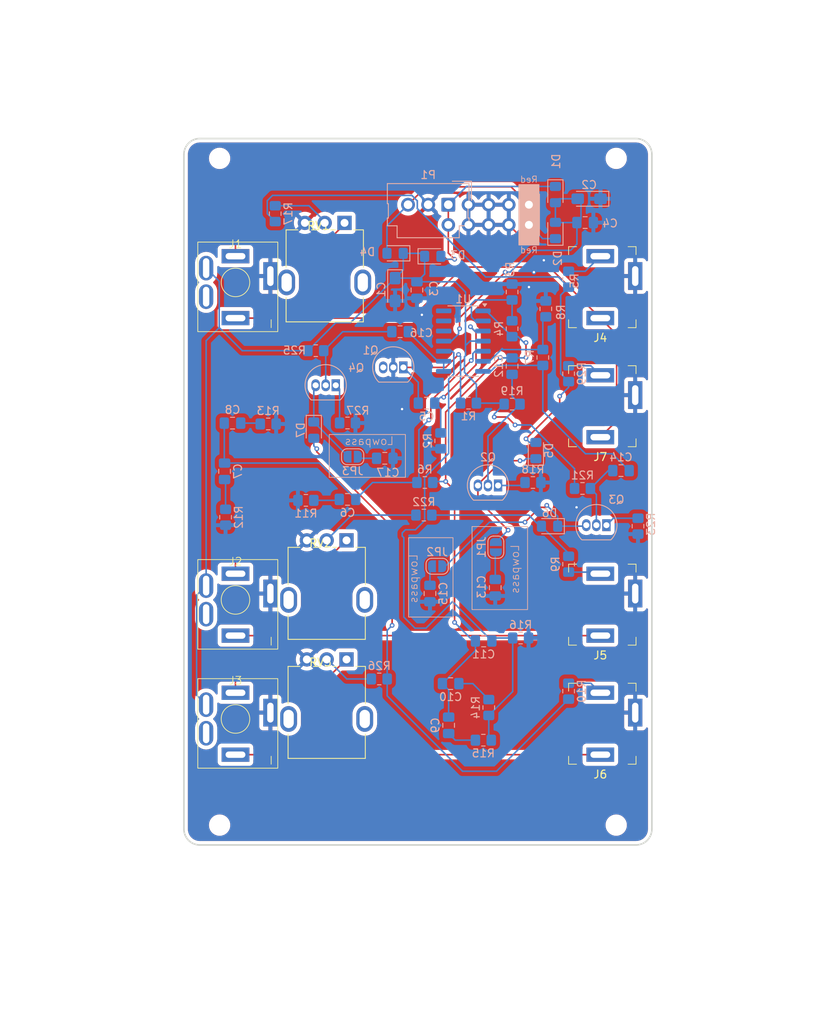
<source format=kicad_pcb>
(kicad_pcb (version 20240108) (generator "pcbnew") (generator_version "8.0")
  (layers (0 "F.Cu" signal) (31 "B.Cu" signal) (34 "B.Paste" user) (35 "F.Paste" user) (36 "B.SilkS" user "B.Silkscreen") (37 "F.SilkS" user "F.Silkscreen") (38 "B.Mask" user) (39 "F.Mask" user) (44 "Edge.Cuts" user))
  (net 0 "")
  (net 1 "+12v")
  (net 2 "Gnd")
  (net 3 "-12v")
  (net 4 "Net-(Q1-E)")
  (net 5 "Net-(U1A-+)")
  (net 6 "Net-(U1B-+)")
  (net 7 "Net-(C6-Pad1)")
  (net 8 "Net-(C7-Pad1)")
  (net 9 "Net-(C8-Pad1)")
  (net 10 "Net-(C10-Pad1)")
  (net 11 "Net-(C9-Pad2)")
  (net 12 "Net-(C10-Pad2)")
  (net 13 "Net-(U1C-+)")
  (net 14 "Net-(Q2-B)")
  (net 15 "Net-(JP1-B)")
  (net 16 "Net-(C14-Pad1)")
  (net 17 "Net-(Q3-B)")
  (net 18 "Net-(JP2-B)")
  (net 19 "Net-(U1C--)")
  (net 20 "Net-(Q4-B)")
  (net 21 "Net-(JP3-B)")
  (net 22 "Net-(D1-K)")
  (net 23 "Net-(D2-K)")
  (net 24 "Net-(D5-A)")
  (net 25 "Net-(D5-K)")
  (net 26 "Net-(D6-K)")
  (net 27 "Net-(D6-A)")
  (net 28 "Net-(D7-K)")
  (net 29 "Net-(D7-A)")
  (net 30 "Net-(J1-PadR)")
  (net 31 "Net-(J1-PadT)")
  (net 33 "Net-(J2-PadR)")
  (net 35 "Net-(J2-PadT)")
  (net 37 "Net-(J3-PadT)")
  (net 38 "Net-(J3-PadR)")
  (net 39 "Net-(J4-PadR)")
  (net 40 "Net-(J5-PadR)")
  (net 41 "Net-(J6-PadR)")
  (net 43 "Net-(Q2-E)")
  (net 44 "Net-(Q3-E)")
  (net 45 "Net-(Q4-E)")
  (net 46 "Net-(U1A--)")
  (net 47 "Net-(U1B--)")
  (net 48 "Net-(R17-Pad2)")
  (net 49 "Net-(R22-Pad2)")
  (net 50 "Net-(R26-Pad2)")
  (net 54 "Net-(J7-PadR)")
  (footprint "PersonalFootprints:Potentiometer_Vertical_Slimmer" (layer "F.Cu") (at 205.625 61.039215)
    (property "Reference" "RV1")
    (property "Value" "??? ohm")
  )
  (footprint "0_Favorites:Jack_3.5mm_QingPu_WQP-PJ301CM" (layer "F.Cu") (at 240.375 61.039215)
    (property "Reference" "J4")
    (property "Value" "Audio out" (hide yes))
  )
  (footprint "MountingHole:MountingHole_2.2mm_M2" (layer "F.Cu") (at 242.375 129.414215)
    (property "Reference" "H4")
    (property "Value" "MountingHole")
  )
  (footprint "MountingHole:MountingHole_2.2mm_M2" (layer "F.Cu") (at 192.375 129.414215)
    (property "Reference" "H3")
    (property "Value" "MountingHole")
  )
  (footprint "0_Favorites:Jack_3.5mm_QingPu_WQP-PJ301CM" (layer "F.Cu") (at 240.375 101.039215)
    (property "Reference" "J5")
    (property "Value" "Audio out")
  )
  (footprint "0_Favorites:Jack_3.5mm_QingPu_WQP-PJ301CM" (layer "F.Cu") (at 240.375 76.039215)
    (property "Reference" "J7")
    (property "Value" "Audio out" (hide yes))
  )
  (footprint "MountingHole:MountingHole_2.2mm_M2" (layer "F.Cu") (at 242.375 45.414215)
    (property "Reference" "H2")
    (property "Value" "MountingHole")
  )
  (footprint "PersonalFootprints:Potentiometer_Vertical_Slimmer" (layer "F.Cu") (at 205.875 101.039215)
    (property "Reference" "RV2")
    (property "Value" "??? ohm")
  )
  (footprint "0_Favorites:Jack_3.5mm_QingPu_WQP-PJ358" (layer "F.Cu") (at 194.375 116.039215)
    (property "Reference" "J3")
    (property "Value" "Envelope In")
  )
  (footprint "PersonalFootprints:Potentiometer_Vertical_Slimmer" (layer "F.Cu") (at 205.875 116.039215)
    (property "Reference" "RV3")
    (property "Value" "??? ohm")
  )
  (footprint "MountingHole:MountingHole_2.2mm_M2" (layer "F.Cu") (at 192.375 45.414215)
    (property "Reference" "H1")
    (property "Value" "MountingHole")
  )
  (footprint "0_Favorites:Jack_3.5mm_QingPu_WQP-PJ358" (layer "F.Cu") (at 194.375 61.039215)
    (property "Reference" "J1")
    (property "Value" "Envelope In")
  )
  (footprint "0_Favorites:Jack_3.5mm_QingPu_WQP-PJ358" (layer "F.Cu") (at 194.375 101.039215)
    (property "Reference" "J2")
    (property "Value" "Envelope In")
  )
  (footprint "0_Favorites:Jack_3.5mm_QingPu_WQP-PJ301CM" (layer "F.Cu") (at 240.375 116.039215)
    (property "Reference" "J6")
    (property "Value" "Audio out")
  )
  (footprint "Resistor_SMD:R_0805_2012Metric_Pad1.20x1.40mm_HandSolder" (layer "B.Cu") (at 236.375 112.539215 90)
    (property "Reference" "R10")
    (property "Value" "1k")
  )
  (footprint "Capacitor_SMD:C_0805_2012Metric_Pad1.18x1.45mm_HandSolder" (layer "B.Cu") (at 221.5 111.5875)
    (property "Reference" "C10")
    (property "Value" "1n")
  )
  (footprint "Capacitor_SMD:C_0805_2012Metric_Pad1.18x1.45mm_HandSolder" (layer "B.Cu") (at 238.46 53.5 180)
    (property "Reference" "C4")
    (property "Value" "100n")
  )
  (footprint "Resistor_SMD:R_0805_2012Metric_Pad1.20x1.40mm_HandSolder" (layer "B.Cu") (at 245.125 91.75 90)
    (property "Reference" "R23")
    (property "Value" "100")
  )
  (footprint "Capacitor_SMD:C_0805_2012Metric_Pad1.18x1.45mm_HandSolder" (layer "B.Cu") (at 215.125 67.25 180)
    (property "Reference" "C16")
    (property "Value" "1uF")
  )
  (footprint "Package_SO:SOIC-14_3.9x8.7mm_P1.27mm" (layer "B.Cu") (at 223.1 68.435 180)
    (property "Reference" "U1")
    (property "Value" "Opamp_Quad")
  )
  (footprint "Package_TO_SOT_THT:TO-92_Inline" (layer "B.Cu") (at 227.48 86.625 180)
    (property "Reference" "Q2")
    (property "Value" "PN2222A")
  )
  (footprint "Capacitor_SMD:C_0805_2012Metric_Pad1.18x1.45mm_HandSolder" (layer "B.Cu") (at 227.125 99.5 90)
    (property "Reference" "C13")
    (property "Value" "3.3n")
  )
  (footprint "Capacitor_SMD:C_0805_2012Metric_Pad1.18x1.45mm_HandSolder" (layer "B.Cu") (at 225.6625 106.2125)
    (property "Reference" "C11")
    (property "Value" "1n")
  )
  (footprint "Resistor_SMD:R_0805_2012Metric_Pad1.20x1.40mm_HandSolder" (layer "B.Cu") (at 236.375 60.639215 90)
    (property "Reference" "R5")
    (property "Value" "1k")
  )
  (footprint "Capacitor_SMD:C_0805_2012Metric_Pad1.18x1.45mm_HandSolder" (layer "B.Cu") (at 217.25 62 -90)
    (property "Reference" "C3")
    (property "Value" "100n")
  )
  (footprint "Capacitor_SMD:C_0805_2012Metric_Pad1.18x1.45mm_HandSolder" (layer "B.Cu") (at 194 78.77 180)
    (property "Reference" "C8")
    (property "Value" "33n")
  )
  (footprint "Resistor_SMD:R_0805_2012Metric_Pad1.20x1.40mm_HandSolder" (layer "B.Cu") (at 199.383527 52.378609 90)
    (property "Reference" "R17")
    (property "Value" "33k")
  )
  (footprint "Resistor_SMD:R_0805_2012Metric_Pad1.20x1.40mm_HandSolder" (layer "B.Cu") (at 208.5 78.75 180)
    (property "Reference" "R27")
    (property "Value" "100")
  )
  (footprint "Capacitor_SMD:C_0805_2012Metric_Pad1.18x1.45mm_HandSolder" (layer "B.Cu") (at 213.2 83.2 180)
    (property "Reference" "C17")
    (property "Value" "3.3n")
  )
  (footprint "Capacitor_SMD:C_0805_2012Metric_Pad1.18x1.45mm_HandSolder" (layer "B.Cu") (at 221.25 116.8375 -90)
    (property "Reference" "C9")
    (property "Value" "1n")
  )
  (footprint "Resistor_SMD:R_0805_2012Metric_Pad1.20x1.40mm_HandSolder" (layer "B.Cu") (at 203.25 88.5)
    (property "Reference" "R11")
    (property "Value" "2k")
  )
  (footprint "Diode_SMD:D_0805_2012Metric_Pad1.15x1.40mm_HandSolder" (layer "B.Cu") (at 233.975 91.75 180)
    (property "Reference" "D6")
    (property "Value" "D")
  )
  (footprint "Resistor_SMD:R_0805_2012Metric_Pad1.20x1.40mm_HandSolder" (layer "B.Cu") (at 212.5 111 180)
    (property "Reference" "R26")
    (property "Value" "33k")
  )
  (footprint "Resistor_SMD:R_0805_2012Metric_Pad1.20x1.40mm_HandSolder" (layer "B.Cu") (at 204.5 69.64 180)
    (property "Reference" "R25")
    (property "Value" "1m")
  )
  (footprint "Resistor_SMD:R_0805_2012Metric_Pad1.20x1.40mm_HandSolder" (layer "B.Cu") (at 226.31 114.5975 -90)
    (property "Reference" "R14")
    (property "Value" "100k")
  )
  (footprint "Capacitor_SMD:C_0805_2012Metric_Pad1.18x1.45mm_HandSolder" (layer "B.Cu") (at 218.895 100.235 90)
    (property "Reference" "C15")
    (property "Value" "3.3n")
  )
  (footprint "Resistor_SMD:R_0805_2012Metric_Pad1.20x1.40mm_HandSolder" (layer "B.Cu") (at 193.125 90.625 90)
    (property "Reference" "R12")
    (property "Value" "10k")
  )
  (footprint "Package_TO_SOT_THT:TO-92_Inline" (layer "B.Cu") (at 215.54 71.75 180)
    (property "Reference" "Q1")
    (property "Value" "PN2222A")
  )
  (footprint "Resistor_SMD:R_0805_2012Metric_Pad1.20x1.40mm_HandSolder" (layer "B.Cu") (at 230.325 105.8375 180)
    (property "Reference" "R16")
    (property "Value" "10k")
  )
  (footprint "Resistor_SMD:R_0805_2012Metric_Pad1.20x1.40mm_HandSolder" (layer "B.Cu") (at 236.375 72.539215 90)
    (property "Reference" "R29")
    (property "Value" "1k")
  )
  (footprint "Capacitor_Tantalum_SMD:CP_EIA-3216-10_Kemet-I_Pad1.58x1.35mm_HandSolder" (layer "B.Cu") (at 238.96 50.5 180)
    (property "Reference" "C2")
    (property "Value" "1u")
  )
  (footprint "Resistor_SMD:R_0805_2012Metric_Pad1.20x1.40mm_HandSolder" (layer "B.Cu") (at 231.875 86.25 180)
    (property "Reference" "R18")
    (property "Value" "100")
  )
  (footprint "Resistor_SMD:R_0805_2012Metric_Pad1.20x1.40mm_HandSolder" (layer "B.Cu") (at 218.25 86.25 180)
    (property "Reference" "R6")
    (property "Value" "100k")
  )
  (footprint "Diode_SMD:D_0805_2012Metric_Pad1.15x1.40mm_HandSolder" (layer "B.Cu") (at 232.25 82.225 90)
    (property "Reference" "D5")
    (property "Value" "D")
  )
  (footprint "Resistor_SMD:R_0805_2012Metric_Pad1.20x1.40mm_HandSolder" (layer "B.Cu") (at 198.5 78.875 180)
    (property "Reference" "R13")
    (property "Value" "51k")
  )
  (footprint "Resistor_SMD:R_0805_2012Metric_Pad1.20x1.40mm_HandSolder" (layer "B.Cu") (at 238.125 87 180)
    (property "Reference" "R21")
    (property "Value" "1m")
  )
  (footprint "Diode_SMD:D_0805_2012Metric_Pad1.15x1.40mm_HandSolder" (layer "B.Cu") (at 219.25 57.75)
    (property "Reference" "D3")
    (property "Value" "D")
  )
  (footprint "Connector_Molex:Molex_SL_171971-0003_1x03_P2.54mm_Vertical" (layer "B.Cu") (at 221.21 51.25 180)
    (property "Reference" "P1")
    (property "Value" "Pocket Rack Power")
  )
  (footprint "Resistor_SMD:R_0805_2012Metric_Pad1.20x1.40mm_HandSolder" (layer "B.Cu") (at 233.5 64.375 -90)
    (property "Reference" "R8")
    (property "Value" "22k")
  )
  (footprint "Jumper:SolderJumper-2_P1.3mm_Open_RoundedPad1.0x1.5mm" (layer "B.Cu") (at 219.8 96.8 180)
    (property "Reference" "JP2")
    (property "Value" "SolderJumper_2_Open")
  )
  (footprint "Capacitor_SMD:C_0805_2012Metric_Pad1.18x1.45mm_HandSolder" (layer "B.Cu") (at 208.5 88.375)
    (property "Reference" "C6")
    (property "Value" "330p")
  )
  (footprint "Resistor_SMD:R_0805_2012Metric_Pad1.20x1.40mm_HandSolder" (layer "B.Cu") (at 220.25 81 -90)
    (property "Reference" "R2")
    (property "Value" "100k")
  )
  (footprint "Resistor_SMD:R_0805_2012Metric_Pad1.20x1.40mm_HandSolder" (layer "B.Cu") (at 225.625 118.7125)
    (property "Reference" "R15")
    (property "Value" "100k")
  )
  (footprint "Capacitor_SMD:C_0805_2012Metric_Pad1.18x1.45mm_HandSolder" (layer "B.Cu") (at 242.98 84.75 180)
    (property "Reference" "C14")
    (property "Value" "1uF")
  )
  (footprint "Capacitor_Tantalum_SMD:CP_EIA-3216-10_Kemet-I_Pad1.58x1.35mm_HandSolder" (layer "B.Cu") (at 214.5 61.9375 -90)
    (property "Reference" "C1")
    (property "Value" "1u")
  )
  (footprint "Resistor_SMD:R_0805_2012Metric_Pad1.20x1.40mm_HandSolder" (layer "B.Cu") (at 229.25 62.25 90)
    (property "Reference" "R3")
    (property "Value" "680")
  )
  (footprint "Capacitor_SMD:C_0805_2012Metric_Pad1.18x1.45mm_HandSolder" (layer "B.Cu") (at 218.4625 76.25)
    (property "Reference" "C5")
    (property "Value" "1uF")
  )
  (footprint "CATs_Eurosynth:Power_2x5_Vertical" (layer "B.Cu") (at 221.21 51.25 -90)
    (property "Reference" "P2" (hide yes))
    (property "Value" "Power_2x5" (hide yes))
  )
  (footprint "Resistor_SMD:R_0805_2012Metric_Pad1.20x1.40mm_HandSolder" (layer "B.Cu") (at 236.375 96.539215 -90)
    (property "Reference" "R9")
    (property "Value" "1k")
  )
  (footprint "Resistor_SMD:R_0805_2012Metric_Pad1.20x1.40mm_HandSolder" (layer "B.Cu") (at 218.125 90.355 180)
    (property "Reference" "R22")
    (property "Value" "33k")
  )
  (footprint "Diode_SMD:D_0805_2012Metric_Pad1.15x1.40mm_HandSolder" (layer "B.Cu") (at 234.71 54.5 90)
    (property "Reference" "D2")
    (property "Value" "D")
  )
  (footprint "Diode_SMD:D_0805_2012Metric_Pad1.15x1.40mm_HandSolder" (layer "B.Cu") (at 204.25 79.65 -90)
    (property "Reference" "D7")
    (property "Value" "D")
  )
  (footprint "Resistor_SMD:R_0805_2012Metric_Pad1.20x1.40mm_HandSolder" (layer "B.Cu") (at 233.125 70.5 -90)
    (property "Reference" "R7")
    (property "Value" "100k")
  )
  (footprint "Package_TO_SOT_THT:TO-92_Inline" (layer "B.Cu") (at 241.145 91.625 180)
    (property "Reference" "Q3")
    (property "Value" "PN2222A")
  )
  (footprint "Resistor_SMD:R_0805_2012Metric_Pad1.20x1.40mm_HandSolder" (layer "B.Cu") (at 229.25 66.875 -90)
    (property "Reference" "R4")
    (property "Value" "100k")
  )
  (footprint "Capacitor_SMD:C_0805_2012Metric_Pad1.18x1.45mm_HandSolder" (layer "B.Cu") (at 229.25 71.5875 -90)
    (property "Reference" "C12")
    (property "Value" "1uF")
  )
  (footprint "Diode_SMD:D_0805_2012Metric_Pad1.15x1.40mm_HandSolder" (layer "B.Cu") (at 214.5 57.375 180)
    (property "Reference" "D4")
    (property "Value" "D")
  )
  (footprint "Package_TO_SOT_THT:TO-92_Inline" (layer "B.Cu") (at 207.02 74 180)
    (property "Reference" "Q4")
    (property "Value" "PN2222A")
  )
  (footprint "Resistor_SMD:R_0805_2012Metric_Pad1.20x1.40mm_HandSolder" (layer "B.Cu") (at 229.25 76.375 180)
    (property "Reference" "R19")
    (property "Value" "1m")
  )
  (footprint "Resistor_SMD:R_0805_2012Metric_Pad1.20x1.40mm_HandSolder" (layer "B.Cu") (at 223.75 76.25)
    (property "Reference" "R1")
    (property "Value" "100k")
  )
  (footprint "Jumper:SolderJumper-2_P1.3mm_Open_RoundedPad1.0x1.5mm" (layer "B.Cu") (at 209.15 83)
    (property "Reference" "JP3")
    (property "Value" "SolderJumper_2_Open")
  )
  (footprint "Diode_SMD:D_0805_2012Metric_Pad1.15x1.40mm_HandSolder" (layer "B.Cu") (at 234.71 49.975 -90)
    (property "Reference" "D1")
    (property "Value" "D")
  )
  (footprint "Jumper:SolderJumper-2_P1.3mm_Open_RoundedPad1.0x1.5mm" (layer "B.Cu") (at 227.2 94.4 -90)
    (property "Reference" "JP1")
    (property "Value" "SolderJumper_2_Open")
  )
  (footprint "Capacitor_SMD:C_0805_2012Metric_Pad1.18x1.45mm_HandSolder" (layer "B.Cu") (at 193 84.8375 90)
    (property "Reference" "C7")
    (property "Value" "3.3n")
  )
  (gr_rect (start 224.2 91.8) (end 231.2 102.26) (stroke (width 0.1)) (fill none) (layer "B.SilkS"))
  (gr_rect (start 216.2 93.2) (end 221.8 103.2) (stroke (width 0.1)) (fill none) (layer "B.SilkS"))
  (gr_rect (start 206.2 80.2) (end 215.8 85.6) (stroke (width 0.1)) (fill none) (layer "B.SilkS"))
  (gr_line (start 246.875 44.914215) (end 246.875 129.914215) (stroke (width 0.2)) (layer "Edge.Cuts"))
  (gr_arc (start 246.875 129.914215) (mid 246.289208 131.328419) (end 244.875 131.914215) (stroke (width 0.2)) (layer "Edge.Cuts"))
  (gr_line (start 187.875 129.914215) (end 187.875 44.914215) (stroke (width 0.2)) (layer "Edge.Cuts"))
  (gr_arc (start 244.875 42.914215) (mid 246.289208 43.500002) (end 246.875 44.914215) (stroke (width 0.2)) (layer "Edge.Cuts"))
  (gr_arc (start 187.875 44.914215) (mid 188.460786 43.500001) (end 189.875 42.914215) (stroke (width 0.2)) (layer "Edge.Cuts"))
  (gr_line (start 244.875 131.914215) (end 189.875 131.914215) (stroke (width 0.2)) (layer "Edge.Cuts"))
  (gr_line (start 189.875 42.914215) (end 244.875 42.914215) (stroke (width 0.2)) (layer "Edge.Cuts"))
  (gr_arc (start 189.875 131.914215) (mid 188.460788 131.328428) (end 187.875 129.914215) (stroke (width 0.2)) (layer "Edge.Cuts"))
  (gr_text "Lowpass" (at 217.4 95.2 90) (layer "B.SilkS") (effects (font (size 1 1) (thickness 0.1)) (justify left bottom mirror)))
  (gr_text "Lowpass" (at 214.4 81.6 0) (layer "B.SilkS") (effects (font (size 1 1) (thickness 0.1)) (justify left bottom mirror)))
  (gr_text "Lowpass" (at 230.2 94 90) (layer "B.SilkS") (effects (font (size 1 1) (thickness 0.1)) (justify left bottom mirror)))
  (segment (start 229.625 79) (end 228.625 78) (width 0.2) (layer "F.Cu") (net 1))
  (segment (start 228.625 78) (end 227 78) (width 0.2) (layer "F.Cu") (net 1))
  (via (at 227 78) (size 0.6) (drill 0.3) (layers "F.Cu" "B.Cu") (net 1))
  (via (at 229.625 79) (size 0.6) (drill 0.3) (layers "F.Cu" "B.Cu") (net 1))
  (segment (start 223.94 68.435) (end 225.575 68.435) (width 0.2) (layer "B.Cu") (net 1))
  (segment (start 216.7875 60.5) (end 217.25 60.9625) (width 0.2) (layer "B.Cu") (net 1))
  (segment (start 237.125 84.515256) (end 231.609744 79) (width 0.2) (layer "B.Cu") (net 1))
  (segment (start 214.5 60.5) (end 208.875 66.125) (width 0.2) (layer "B.Cu") (net 1))
  (segment (start 224.75 76.25) (end 228.125 76.25) (width 0.2) (layer "B.Cu") (net 1))
  (segment (start 190.675 68.389215) (end 192.325 66.739215) (width 0.2) (layer "B.Cu") (net 1))
  (segment (start 190.675 99.239215) (end 190.675 68.389215) (width 0.2) (layer "B.Cu") (net 1))
  (segment (start 215.525 57.375) (end 215.525 59.475) (width 0.2) (layer "B.Cu") (net 1))
  (segment (start 223.25 72.375) (end 223.25 70.414448) (width 0.2) (layer "B.Cu") (net 1))
  (segment (start 192.325 60.889215) (end 192.325 66.739215) (width 0.2) (layer "B.Cu") (net 1))
  (segment (start 217.625 57.375) (end 215.525 57.375) (width 0.2) (layer "B.Cu") (net 1))
  (segment (start 208.875 66.125) (end 207.015 66.125) (width 0.2) (layer "B.Cu") (net 1))
  (segment (start 189.475 100.439215) (end 189.475 113.039215) (width 0.2) (layer "B.Cu") (net 1))
  (segment (start 223.375 68.875) (end 223.375 62.25) (width 0.2) (layer "B.Cu") (net 1))
  (segment (start 218.225 57.75) (end 218 57.75) (width 0.2) (layer "B.Cu") (net 1))
  (segment (start 231.609744 79) (end 229.625 79) (width 0.2) (layer "B.Cu") (net 1))
  (segment (start 192.325 66.739215) (end 195.225785 69.64) (width 0.2) (layer "B.Cu") (net 1))
  (segment (start 223.25 70.414448) (end 223.375 70.289448) (width 0.2) (layer "B.Cu") (net 1))
  (segment (start 222.0875 60.9625) (end 217.25 60.9625) (width 0.2) (layer "B.Cu") (net 1))
  (segment (start 207.015 66.125) (end 203.5 69.64) (width 0.2) (layer "B.Cu") (net 1))
  (segment (start 195.225785 69.64) (end 203.5 69.64) (width 0.2) (layer "B.Cu") (net 1))
  (segment (start 223.5 68.875) (end 223.94 68.435) (width 0.2) (layer "B.Cu") (net 1))
  (segment (start 227 77.625) (end 228.25 76.375) (width 0.2) (layer "B.Cu") (net 1))
  (segment (start 218 57.75) (end 217.625 57.375) (width 0.2) (layer "B.Cu") (net 1))
  (segment (start 224.75 76.25) (end 224.75 73.875) (width 0.2) (layer "B.Cu") (net 1))
  (segment (start 190.675 99.239215) (end 189.475 100.439215) (width 0.2) (layer "B.Cu") (net 1))
  (segment (start 224.75 73.875) (end 223.25 72.375) (width 0.2) (layer "B.Cu") (net 1))
  (segment (start 223.375 70.289448) (end 223.375 68.875) (width 0.2) (layer "B.Cu") (net 1))
  (segment (start 189.475 113.039215) (end 190.675 114.239215) (width 0.2) (layer "B.Cu") (net 1))
  (segment (start 218.225 59.9875) (end 217.25 60.9625) (width 0.2) (layer "B.Cu") (net 1))
  (segment (start 227 78) (end 227 77.625) (width 0.2) (layer "B.Cu") (net 1))
  (segment (start 223.375 62.25) (end 222.0875 60.9625) (width 0.2) (layer "B.Cu") (net 1))
  (segment (start 223.375 68.875) (end 223.5 68.875) (width 0.2) (layer "B.Cu") (net 1))
  (segment (start 228.125 76.25) (end 228.25 76.375) (width 0.2) (layer "B.Cu") (net 1))
  (segment (start 190.675 59.239215) (end 192.325 60.889215) (width 0.2) (layer "B.Cu") (net 1))
  (segment (start 237.125 87) (end 237.125 84.515256) (width 0.2) (layer "B.Cu") (net 1))
  (segment (start 218.225 57.75) (end 218.225 59.9875) (width 0.2) (layer "B.Cu") (net 1))
  (segment (start 215.525 59.475) (end 214.5 60.5) (width 0.2) (layer "B.Cu") (net 1))
  (segment (start 214.5 60.5) (end 216.7875 60.5) (width 0.2) (layer "B.Cu") (net 1))
  (segment (start 232 61) (end 231.375 61.625) (width 0.2) (layer "F.Cu") (net 2))
  (segment (start 240.77 89.375) (end 244.775 93.38) (width 0.2) (layer "F.Cu") (net 2))
  (segment (start 233.25 58.21) (end 233.25 58.25) (width 0.2) (layer "F.Cu") (net 2))
  (segment (start 232 59.75) (end 232 61) (width 0.2) (layer "F.Cu") (net 2))
  (segment (start 237.375 89.375) (end 240.77 89.375) (width 0.2) (layer "F.Cu") (net 2))
  (segment (start 228.83 53.79) (end 233.25 58.21) (width 0.2) (layer "F.Cu") (net 2))
  (segment (start 215.375 77.875) (end 215.375 77) (width 0.2) (layer "F.Cu") (net 2))
  (segment (start 214.27 68.73) (end 217.875 65.125) (width 0.2) (layer "F.Cu") (net 2))
  (segment (start 244.775 93.38) (end 244.775 100.239215) (width 0.2) (layer "F.Cu") (net 2))
  (segment (start 198.375 59.289215) (end 198.555606 59.108609) (width 0.2) (layer "F.Cu") (net 2))
  (segment (start 214.27 71.75) (end 214.27 68.73) (width 0.2) (layer "F.Cu") (net 2))
  (segment (start 198.375 100.875044) (end 198.375 99.289215) (width 0.2) (layer "F.Cu") (net 2))
  (segment (start 218.75 81.25) (end 215.375 77.875) (width 0.2) (layer "F.Cu") (net 2))
  (via (at 215.375 77) (size 0.6) (drill 0.3) (layers "F.Cu" "B.Cu") (net 2))
  (via (at 237.375 89.375) (size 0.6) (drill 0.3) (layers "F.Cu" "B.Cu") (net 2))
  (via (at 231.375 61.625) (size 0.6) (drill 0.3) (layers "F.Cu" "B.Cu") (net 2))
  (via (at 233.25 58.25) (size 0.6) (drill 0.3) (layers "F.Cu" "B.Cu") (net 2))
  (via (at 218.75 81.25) (size 0.6) (drill 0.3) (layers "F.Cu" "B.Cu") (net 2))
  (via (at 217.875 65.125) (size 0.6) (drill 0.3) (layers "F.Cu" "B.Cu") (net 2))
  (via (at 232 59.75) (size 0.6) (drill 0.3) (layers "F.Cu" "B.Cu") (net 2))
  (segment (start 233.25 58.25) (end 232 59.5) (width 0.2) (layer "B.Cu") (net 2))
  (segment (start 230.875 61.625) (end 230.5 61.25) (width 0.2) (layer "B.Cu") (net 2))
  (segment (start 232.875 86.25) (end 234.25 86.25) (width 0.2) (layer "B.Cu") (net 2))
  (segment (start 231.375 61.625) (end 230.875 61.625) (width 0.2) (layer "B.Cu") (net 2))
  (segment (start 219.5 82) (end 218.75 81.25) (width 0.2) (layer "B.Cu") (net 2))
  (segment (start 214.2375 79.85) (end 214.2375 83.2) (width 0.2) (layer "B.Cu") (net 2))
  (segment (start 214.625 78) (end 214.625 79.4625) (width 0.2) (layer "B.Cu") (net 2))
  (segment (start 232 59.5) (end 232 59.75) (width 0.2) (layer "B.Cu") (net 2))
  (segment (start 230.5 61.25) (end 229.25 61.25) (width 0.2) (layer "B.Cu") (net 2))
  (segment (start 234.25 86.25) (end 237.375 89.375) (width 0.2) (layer "B.Cu") (net 2))
  (segment (start 217.875 65.125) (end 217.25 64.5) (width 0.2) (layer "B.Cu") (net 2))
  (segment (start 214.625 79.4625) (end 214.2375 79.85) (width 0.2) (layer "B.Cu") (net 2))
  (segment (start 217.25 64.5) (end 217.25 63.0375) (width 0.2) (layer "B.Cu") (net 2))
  (segment (start 215.375 77.25) (end 214.625 78) (width 0.2) (layer "B.Cu") (net 2))
  (segment (start 220.25 82) (end 219.5 82) (width 0.2) (layer "B.Cu") (net 2))
  (segment (start 215.375 77) (end 215.375 77.25) (width 0.2) (layer "B.Cu") (net 2))
  (segment (start 222.625 65.5) (end 228.375 59.75) (width 0.2) (layer "F.Cu") (net 3))
  (segment (start 222.625 66.875) (end 222.625 65.5) (width 0.2) (layer "F.Cu") (net 3))
  (via (at 228.375 59.75) (size 0.6) (drill 0.3) (layers "F.Cu" "B.Cu") (net 3))
  (via (at 222.625 66.875) (size 0.6) (drill 0.3) (layers "F.Cu" "B.Cu") (net 3))
  (segment (start 235.1475 53.5) (end 234.71 53.0625) (width 0.2) (layer "B.Cu") (net 3))
  (segment (start 229 59.75) (end 231.75 57) (width 0.2) (layer "B.Cu") (net 3))
  (segment (start 235.21 50.5) (end 234.71 51) (width 0.2) (layer "B.Cu") (net 3))
  (segment (start 237.935 50.5) (end 235.21 50.5) (width 0.2) (layer "B.Cu") (net 3))
  (segment (start 236.625 57) (end 237.4225 56.2025) (width 0.2) (layer "B.Cu") (net 3))
  (segment (start 237.935 52.9875) (end 237.4225 53.5) (width 0.2) (layer "B.Cu") (net 3))
  (segment (start 237.4225 56.2025) (end 237.4225 53.5) (width 0.2) (layer "B.Cu") (net 3))
  (segment (start 222.5 67.534999) (end 222.5 67) (width 0.2) (layer "B.Cu") (net 3))
  (segment (start 237.935 50.5) (end 237.935 52.9875) (width 0.2) (layer "B.Cu") (net 3))
  (segment (start 228.375 59.75) (end 229 59.75) (width 0.2) (layer "B.Cu") (net 3))
  (segment (start 222.5 67) (end 222.625 66.875) (width 0.2) (layer "B.Cu") (net 3))
  (segment (start 234.735 53.5) (end 234.71 53.475) (width 0.2) (layer "B.Cu") (net 3))
  (segment (start 234.71 51) (end 234.71 53.0625) (width 0.2) (layer "B.Cu") (net 3))
  (segment (start 231.75 57) (end 236.625 57) (width 0.2) (layer "B.Cu") (net 3))
  (segment (start 237.4225 53.5) (end 235.1475 53.5) (width 0.2) (layer "B.Cu") (net 3))
  (segment (start 220.625 68.435) (end 221.599999 68.435) (width 0.2) (layer "B.Cu") (net 3))
  (segment (start 221.599999 68.435) (end 222.5 67.534999) (width 0.2) (layer "B.Cu") (net 3))
  (segment (start 220.875 71.75) (end 215.54 71.75) (width 0.2) (layer "F.Cu") (net 4))
  (segment (start 222.5 70.125) (end 220.875 71.75) (width 0.2) (layer "F.Cu") (net 4))
  (via (at 222.5 70.125) (size 0.6) (drill 0.3) (layers "F.Cu" "B.Cu") (net 4))
  (segment (start 222.75 76.25) (end 222.75 70.375) (width 0.2) (layer "B.Cu") (net 4))
  (segment (start 217.425 76.25) (end 217.425 73.635) (width 0.2) (layer "B.Cu") (net 4))
  (segment (start 222.75 70.375) (end 222.5 70.125) (width 0.2) (layer "B.Cu") (net 4))
  (segment (start 217.425 73.635) (end 215.54 71.75) (width 0.2) (layer "B.Cu") (net 4))
  (segment (start 224 66.625) (end 224.7 67.325) (width 0.2) (layer "F.Cu") (net 5))
  (segment (start 224.7 71.425) (end 220.625 75.5) (width 0.2) (layer "F.Cu") (net 5))
  (segment (start 224.7 67.325) (end 224.7 71.425) (width 0.2) (layer "F.Cu") (net 5))
  (via (at 220.625 75.5) (size 0.6) (drill 0.3) (layers "F.Cu" "B.Cu") (net 5))
  (via (at 224 66.625) (size 0.6) (drill 0.3) (layers "F.Cu" "B.Cu") (net 5))
  (segment (start 220.625 75.5) (end 220.25 75.5) (width 0.2) (layer "B.Cu") (net 5))
  (segment (start 220.25 75.5) (end 219.5 76.25) (width 0.2) (layer "B.Cu") (net 5))
  (segment (start 225.575 67.165) (end 224.54 67.165) (width 0.2) (layer "B.Cu") (net 5))
  (segment (start 220.25 77) (end 219.5 76.25) (width 0.2) (layer "B.Cu") (net 5))
  (segment (start 220.25 80) (end 220.25 77) (width 0.2) (layer "B.Cu") (net 5))
  (segment (start 224.54 67.165) (end 224 66.625) (width 0.2) (layer "B.Cu") (net 5))
  (segment (start 219 78.125) (end 219 75.975) (width 0.2) (layer "F.Cu") (net 6))
  (segment (start 219 75.975) (end 224.1 70.875) (width 0.2) (layer "F.Cu") (net 6))
  (segment (start 218.75 78.375) (end 219 78.125) (width 0.2) (layer "F.Cu") (net 6))
  (via (at 224.1 70.875) (size 0.6) (drill 0.3) (layers "F.Cu" "B.Cu") (net 6))
  (via (at 218.75 78.375) (size 0.6) (drill 0.3) (layers "F.Cu" "B.Cu") (net 6))
  (segment (start 217.25 86.25) (end 211.6625 86.25) (width 0.2) (layer "B.Cu") (net 6))
  (segment (start 192.9625 78.77) (end 192.9625 83.7625) (width 0.2) (layer "B.Cu") (net 6))
  (segment (start 192.9625 83.7625) (end 193 83.8) (width 0.2) (layer "B.Cu") (net 6))
  (segment (start 211.6625 86.25) (end 209.5375 88.375) (width 0.2) (layer "B.Cu") (net 6))
  (segment (start 217.5 86) (end 217.5 79.625) (width 0.2) (layer "B.Cu") (net 6))
  (segment (start 224.3 70.005001) (end 224.600001 69.705) (width 0.2) (layer "B.Cu") (net 6))
  (segment (start 217.25 86.25) (end 217.5 86) (width 0.2) (layer "B.Cu") (net 6))
  (segment (start 217.5 79.625) (end 218.75 78.375) (width 0.2) (layer "B.Cu") (net 6))
  (segment (start 224.600001 69.705) (end 225.575 69.705) (width 0.2) (layer "B.Cu") (net 6))
  (segment (start 193 83.8) (end 204.9625 83.8) (width 0.2) (layer "B.Cu") (net 6))
  (segment (start 224.1 70.875) (end 224.3 70.675) (width 0.2) (layer "B.Cu") (net 6))
  (segment (start 204.9625 83.8) (end 209.5375 88.375) (width 0.2) (layer "B.Cu") (net 6))
  (segment (start 224.3 70.675) (end 224.3 70.005001) (width 0.2) (layer "B.Cu") (net 6))
  (segment (start 207.3375 88.5) (end 207.4625 88.375) (width 0.2) (layer "B.Cu") (net 7))
  (segment (start 204.25 88.5) (end 207.3375 88.5) (width 0.2) (layer "B.Cu") (net 7))
  (segment (start 193.125 89.625) (end 193.125 86) (width 0.2) (layer "B.Cu") (net 8))
  (segment (start 193.125 86) (end 193 85.875) (width 0.2) (layer "B.Cu") (net 8))
  (segment (start 197.395 78.77) (end 197.5 78.875) (width 0.2) (layer "B.Cu") (net 9))
  (segment (start 195.0375 78.77) (end 197.395 78.77) (width 0.2) (layer "B.Cu") (net 9))
  (segment (start 227.75 70.5) (end 220.875 77.375) (width 0.2) (layer "F.Cu") (net 10))
  (segment (start 222 103.875) (end 222 87.25) (width 0.2) (layer "F.Cu") (net 10))
  (segment (start 231 70.5) (end 231 68.625) (width 0.2) (layer "F.Cu") (net 10))
  (segment (start 220.875 77.375) (end 220.875 86.125) (width 0.2) (layer "F.Cu") (net 10))
  (segment (start 222 87.25) (end 220.875 86.125) (width 0.2) (layer "F.Cu") (net 10))
  (via (at 231 70.5) (size 0.6) (drill 0.3) (layers "F.Cu" "B.Cu") (net 10))
  (via (at 220.875 86.125) (size 0.6) (drill 0.3) (layers "F.Cu" "B.Cu") (net 10))
  (via (at 231 68.625) (size 0.6) (drill 0.3) (layers "F.Cu" "B.Cu") (net 10))
  (via (at 222 103.875) (size 0.6) (drill 0.3) (layers "F.Cu" "B.Cu") (net 10))
  (via (at 227.75 70.5) (size 0.6) (drill 0.3) (layers "F.Cu" "B.Cu") (net 10))
  (segment (start 231 68.625) (end 230.75 68.625) (width 0.2) (layer "B.Cu") (net 10))
  (segment (start 229.25 70.55) (end 230.95 70.55) (width 0.2) (layer "B.Cu") (net 10))
  (segment (start 224.3375 106.2125) (end 222 103.875) (width 0.2) (layer "B.Cu") (net 10))
  (segment (start 224.625 107.425) (end 220.4625 111.5875) (width 0.2) (layer "B.Cu") (net 10))
  (segment (start 229.25 67.875) (end 226 64.625) (width 0.2) (layer "B.Cu") (net 10))
  (segment (start 226 64.625) (end 225.575 64.625) (width 0.2) (layer "B.Cu") (net 10))
  (segment (start 230 67.875) (end 229.25 67.875) (width 0.2) (layer "B.Cu") (net 10))
  (segment (start 220.875 86.125) (end 219.375 86.125) (width 0.2) (layer "B.Cu") (net 10))
  (segment (start 224.625 106.2125) (end 224.3375 106.2125) (width 0.2) (layer "B.Cu") (net 10))
  (segment (start 219.375 86.125) (end 219.25 86.25) (width 0.2) (layer "B.Cu") (net 10))
  (segment (start 229.25 70.55) (end 227.8 70.55) (width 0.2) (layer "B.Cu") (net 10))
  (segment (start 227.8 70.55) (end 227.75 70.5) (width 0.2) (layer "B.Cu") (net 10))
  (segment (start 221.25 115.8) (end 221.25 112.375) (width 0.2) (layer "B.Cu") (net 10))
  (segment (start 221.25 112.375) (end 220.4625 111.5875) (width 0.2) (layer "B.Cu") (net 10))
  (segment (start 230.95 70.55) (end 231 70.5) (width 0.2) (layer "B.Cu") (net 10))
  (segment (start 230.75 68.625) (end 230 67.875) (width 0.2) (layer "B.Cu") (net 10))
  (segment (start 224.625 106.2125) (end 224.625 107.425) (width 0.2) (layer "B.Cu") (net 10))
  (segment (start 222.0875 118.7125) (end 221.25 117.875) (width 0.2) (layer "B.Cu") (net 11))
  (segment (start 224.625 118.7125) (end 222.0875 118.7125) (width 0.2) (layer "B.Cu") (net 11))
  (segment (start 224.3 111.5875) (end 226.31 113.5975) (width 0.2) (layer "B.Cu") (net 12))
  (segment (start 222.5375 111.5875) (end 224.3 111.5875) (width 0.2) (layer "B.Cu") (net 12))
  (segment (start 221.9 69.9) (end 221.705 69.705) (width 0.2) (layer "B.Cu") (net 13))
  (segment (start 226.7 106.2125) (end 221.74375 101.25625) (width 0.2) (layer "B.Cu") (net 13))
  (segment (start 226.31 115.5975) (end 226.31 118.3975) (width 0.2) (layer "B.Cu") (net 13))
  (segment (start 215.6 93.2) (end 215.4 93) (width 0.2) (layer "B.Cu") (net 13))
  (segment (start 217.064744 92.2) (end 218.225 91.039744) (width 0.2) (layer "B.Cu") (net 13))
  (segment (start 229.325 105.8375) (end 227.075 105.8375) (width 0.2) (layer "B.Cu") (net 13))
  (segment (start 218.4 104.6) (end 217 104.6) (width 0.2) (layer "B.Cu") (net 13))
  (segment (start 217 104.6) (end 215.6 103.2) (width 0.2) (layer "B.Cu") (net 13))
  (segment (start 218.225 85.609744) (end 221.25 82.584744) (width 0.2) (layer "B.Cu") (net 13))
  (segment (start 221.9 72.585552) (end 221.9 69.9) (width 0.2) (layer "B.Cu") (net 13))
  (segment (start 215.4 92.6) (end 215.8 92.2) (width 0.2) (layer "B.Cu") (net 13))
  (segment (start 227.075 105.8375) (end 226.7 106.2125) (width 0.2) (layer "B.Cu") (net 13))
  (segment (start 226.31 115.5975) (end 229.325 112.5825) (width 0.2) (layer "B.Cu") (net 13))
  (segment (start 215.6 103.2) (end 215.6 93.2) (width 0.2) (layer "B.Cu") (net 13))
  (segment (start 215.8 92.2) (end 217.064744 92.2) (width 0.2) (layer "B.Cu") (net 13))
  (segment (start 229.325 112.5825) (end 229.325 105.8375) (width 0.2) (layer "B.Cu") (net 13))
  (segment (start 221.25 73.235552) (end 221.9 72.585552) (width 0.2) (layer "B.Cu") (net 13))
  (segment (start 221.25 82.584744) (end 221.25 73.235552) (width 0.2) (layer "B.Cu") (net 13))
  (segment (start 226.31 118.3975) (end 226.625 118.7125) (width 0.2) (layer "B.Cu") (net 13))
  (segment (start 221.74375 101.25625) (end 218.4 104.6) (width 0.2) (layer "B.Cu") (net 13))
  (segment (start 218.225 91.039744) (end 218.225 85.609744) (width 0.2) (layer "B.Cu") (net 13))
  (segment (start 215.4 93) (end 215.4 92.6) (width 0.2) (layer "B.Cu") (net 13))
  (segment (start 221.705 69.705) (end 220.625 69.705) (width 0.2) (layer "B.Cu") (net 13))
  (segment (start 229.25 75.375) (end 230.25 76.375) (width 0.2) (layer "B.Cu") (net 14))
  (segment (start 229.25 72.625) (end 229.25 75.375) (width 0.2) (layer "B.Cu") (net 14))
  (segment (start 230.25 76.375) (end 226.21 80.415) (width 0.2) (layer "B.Cu") (net 14))
  (segment (start 226.21 80.415) (end 226.21 86.625) (width 0.2) (layer "B.Cu") (net 14))
  (segment (start 227.125 98.4625) (end 227.125 95.5) (width 0.2) (layer "B.Cu") (net 15))
  (segment (start 233.125 71.5) (end 233.125 77.25) (width 0.2) (layer "B.Cu") (net 16))
  (segment (start 227.294999 71.5) (end 226.549999 72.245) (width 0.2) (layer "B.Cu") (net 16))
  (segment (start 233.125 77.25) (end 238.5 82.625) (width 0.2) (layer "B.Cu") (net 16))
  (segment (start 233.125 71.5) (end 227.294999 71.5) (width 0.2) (layer "B.Cu") (net 16))
  (segment (start 241.8925 82.625) (end 244.0175 84.75) (width 0.2) (layer "B.Cu") (net 16))
  (segment (start 238.5 82.625) (end 241.8925 82.625) (width 0.2) (layer "B.Cu") (net 16))
  (segment (start 226.549999 72.245) (end 225.575 72.245) (width 0.2) (layer "B.Cu") (net 16))
  (segment (start 241.9425 84.75) (end 241.375 84.75) (width 0.2) (layer "B.Cu") (net 17))
  (segment (start 239.875 87.75) (end 239.875 91.625) (width 0.2) (layer "B.Cu") (net 17))
  (segment (start 241.375 84.75) (end 239.125 87) (width 0.2) (layer "B.Cu") (net 17))
  (segment (start 239.125 87) (end 239.875 87.75) (width 0.2) (layer "B.Cu") (net 17))
  (segment (start 218.895 96.7475) (end 218.895 99.1975) (width 0.2) (layer "B.Cu") (net 18))
  (segment (start 220.625 72.245) (end 220.625 70.975) (width 0.2) (layer "B.Cu") (net 19))
  (segment (start 216.1625 67.25) (end 219.8875 70.975) (width 0.2) (layer "B.Cu") (net 19))
  (segment (start 219.8875 70.975) (end 220.625 70.975) (width 0.2) (layer "B.Cu") (net 19))
  (segment (start 205.75 69.89) (end 205.5 69.64) (width 0.2) (layer "B.Cu") (net 20))
  (segment (start 205.75 74) (end 205.75 69.89) (width 0.2) (layer "B.Cu") (net 20))
  (segment (start 214.0875 67.25) (end 207.89 67.25) (width 0.2) (layer "B.Cu") (net 20))
  (segment (start 207.89 67.25) (end 205.5 69.64) (width 0.2) (layer "B.Cu") (net 20))
  (segment (start 212.1625 83.2) (end 210 83.2) (width 0.2) (layer "B.Cu") (net 21))
  (segment (start 210 83.2) (end 209.8 83) (width 0.2) (layer "B.Cu") (net 21))
  (segment (start 221.21 51.25) (end 221.21 53.79) (width 0.2) (layer "F.Cu") (net 22))
  (segment (start 221.21 53.79) (end 221.21 57.335) (width 0.2) (layer "F.Cu") (net 22))
  (segment (start 221.21 57.335) (end 222 58.125) (width 0.2) (layer "F.Cu") (net 22))
  (via (at 222 58.125) (size 0.6) (drill 0.3) (layers "F.Cu" "B.Cu") (net 22))
  (segment (start 234.71 48.95) (end 223.51 48.95) (width 0.2) (layer "B.Cu") (net 22))
  (segment (start 220.65 58.125) (end 220.275 57.75) (width 0.2) (layer "B.Cu") (net 22))
  (segment (start 222 58.125) (end 220.65 58.125) (width 0.2) (layer "B.Cu") (net 22))
  (segment (start 223.51 48.95) (end 221.21 51.25) (width 0.2) (layer "B.Cu") (net 22))
  (segment (start 231.37 51.25) (end 231.37 53.79) (width 0.2) (layer "F.Cu") (net 23))
  (segment (start 231.37 51.25) (end 229.12 49) (width 0.2) (layer "F.Cu") (net 23))
  (segment (start 229.12 49) (end 218.38 49) (width 0.2) (layer "F.Cu") (net 23))
  (segment (start 218.38 49) (end 216.13 51.25) (width 0.2) (layer "F.Cu") (net 23))
  (segment (start 234.71 55.525) (end 233.105 55.525) (width 0.2) (layer "B.Cu") (net 23))
  (segment (start 213.475 57.375) (end 213.475 53.905) (width 0.2) (layer "B.Cu") (net 23))
  (segment (start 233.105 55.525) (end 231.37 53.79) (width 0.2) (layer "B.Cu") (net 23))
  (segment (start 213.475 53.905) (end 216.13 51.25) (width 0.2) (layer "B.Cu") (net 23))
  (segment (start 231 80.75) (end 235.25 76.5) (width 0.2) (layer "F.Cu") (net 24))
  (segment (start 235.25 76.5) (end 235.25 75.375) (width 0.2) (layer "F.Cu") (net 24))
  (via (at 231 80.75) (size 0.6) (drill 0.3) (layers "F.Cu" "B.Cu") (net 24))
  (via (at 235.25 75.375) (size 0.6) (drill 0.3) (layers "F.Cu" "B.Cu") (net 24))
  (segment (start 217.3 50.76537) (end 216.61463 50.08) (width 0.2) (layer "B.Cu") (net 24))
  (segment (start 236.375 74.25) (end 236.375 73.539215) (width 0.2) (layer "B.Cu") (net 24))
  (segment (start 225.91537 60.35) (end 217.3 51.73463) (width 0.2) (layer "B.Cu") (net 24))
  (segment (start 216.61463 50.08) (end 199.045 50.08) (width 0.2) (layer "B.Cu") (net 24))
  (segment (start 235.375 72.539215) (end 236.375 73.539215) (width 0.2) (layer "B.Cu") (net 24))
  (segment (start 236.375 61.639215) (end 235.085785 60.35) (width 0.2) (layer "B.Cu") (net 24))
  (segment (start 232.25 81.2) (end 231.45 81.2) (width 0.2) (layer "B.Cu") (net 24))
  (segment (start 198.383527 52.378609) (end 199.383527 53.378609) (width 0.2) (layer "B.Cu") (net 24))
  (segment (start 217.3 51.73463) (end 217.3 50.76537) (width 0.2) (layer "B.Cu") (net 24))
  (segment (start 236.375 61.639215) (end 235.375 62.639215) (width 0.2) (layer "B.Cu") (net 24))
  (segment (start 235.085785 60.35) (end 225.91537 60.35) (width 0.2) (layer "B.Cu") (net 24))
  (segment (start 235.25 75.375) (end 236.375 74.25) (width 0.2) (layer "B.Cu") (net 24))
  (segment (start 235.375 62.639215) (end 235.375 72.539215) (width 0.2) (layer "B.Cu") (net 24))
  (segment (start 198.383527 50.741473) (end 198.383527 52.378609) (width 0.2) (layer "B.Cu") (net 24))
  (segment (start 231.45 81.2) (end 231 80.75) (width 0.2) (layer "B.Cu") (net 24))
  (segment (start 199.045 50.08) (end 198.383527 50.741473) (width 0.2) (layer "B.Cu") (net 24))
  (segment (start 227.943274 83.5) (end 230.25 83.5) (width 0.2) (layer "F.Cu") (net 25))
  (segment (start 224.94 86.625) (end 224.94 86.503274) (width 0.2) (layer "F.Cu") (net 25))
  (segment (start 224.94 86.503274) (end 227.943274 83.5) (width 0.2) (layer "F.Cu") (net 25))
  (segment (start 228.75 92.25) (end 224.94 88.44) (width 0.2) (layer "F.Cu") (net 25))
  (segment (start 224.94 88.44) (end 224.94 86.625) (width 0.2) (layer "F.Cu") (net 25))
  (via (at 228.75 92.25) (size 0.6) (drill 0.3) (layers "F.Cu" "B.Cu") (net 25))
  (via (at 230.25 83.5) (size 0.6) (drill 0.3) (layers "F.Cu" "B.Cu") (net 25))
  (segment (start 227.125 93.5) (end 227.5 93.5) (width 0.2) (layer "B.Cu") (net 25))
  (segment (start 230.25 83.5) (end 230.75 83.5) (width 0.2) (layer "B.Cu") (net 25))
  (segment (start 231 83.25) (end 232.25 83.25) (width 0.2) (layer "B.Cu") (net 25))
  (segment (start 230.75 83.5) (end 231 83.25) (width 0.2) (layer "B.Cu") (net 25))
  (segment (start 227.5 93.5) (end 228.75 92.25) (width 0.2) (layer "B.Cu") (net 25))
  (segment (start 233.375 89.375) (end 232.75 89.375) (width 0.2) (layer "F.Cu") (net 26))
  (segment (start 233.625 89.125) (end 233.375 89.375) (width 0.2) (layer "F.Cu") (net 26))
  (segment (start 232.75 89.375) (end 230.875 91.25) (width 0.2) (layer "F.Cu") (net 26))
  (via (at 233.625 89.125) (size 0.6) (drill 0.3) (layers "F.Cu" "B.Cu") (net 26))
  (via (at 230.875 91.25) (size 0.6) (drill 0.3) (layers "F.Cu" "B.Cu") (net 26))
  (segment (start 235 91.75) (end 238.48 91.75) (width 0.2) (layer "B.Cu") (net 26))
  (segment (start 235 90.5) (end 233.625 89.125) (width 0.2) (layer "B.Cu") (net 26))
  (segment (start 238.48 91.75) (end 238.605 91.625) (width 0.2) (layer "B.Cu") (net 26))
  (segment (start 230.875 91.25) (end 226.3925 91.25) (width 0.2) (layer "B.Cu") (net 26))
  (segment (start 226.3925 91.25) (end 220.895 96.7475) (width 0.2) (layer "B.Cu") (net 26))
  (segment (start 235 91.75) (end 235 90.5) (width 0.2) (layer "B.Cu") (net 26))
  (segment (start 231.355 90.355) (end 219.125 90.355) (width 0.2) (layer "B.Cu") (net 27))
  (segment (start 232.75 91.75) (end 231.355 90.355) (width 0.2) (layer "B.Cu") (net 27))
  (segment (start 236.375 95.175) (end 232.95 91.75) (width 0.2) (layer "B.Cu") (net 27))
  (segment (start 232.95 91.75) (end 232.75 91.75) (width 0.2) (layer "B.Cu") (net 27))
  (segment (start 236.375 95.539215) (end 236.375 95.175) (width 0.2) (layer "B.Cu") (net 27))
  (segment (start 204.25 78.625) (end 204.25 74.23) (width 0.2) (layer "B.Cu") (net 28))
  (segment (start 208.25 83) (end 208.25 82.625) (width 0.2) (layer "B.Cu") (net 28))
  (segment (start 204.25 74.23) (end 204.48 74) (width 0.2) (layer "B.Cu") (net 28))
  (segment (start 208.25 82.625) (end 204.25 78.625) (width 0.2) (layer "B.Cu") (net 28))
  (segment (start 204.625 82.375) (end 214.125 91.875) (width 0.2) (layer "F.Cu") (net 29))
  (segment (start 204.625 82) (end 204.625 82.375) (width 0.2) (layer "F.Cu") (net 29))
  (segment (start 214.125 91.875) (end 214.125 104.25) (width 0.2) (layer "F.Cu") (net 29))
  (via (at 204.625 82) (size 0.6) (drill 0.3) (layers "F.Cu" "B.Cu") (net 29))
  (via (at 214.125 104.25) (size 0.6) (drill 0.3) (layers "F.Cu" "B.Cu") (net 29))
  (segment (start 204.25 80.675) (end 204.25 81.625) (width 0.2) (layer "B.Cu") (net 29))
  (segment (start 213.5 111) (end 213.5 113.125) (width 0.2) (layer "B.Cu") (net 29))
  (segment (start 213.5 113.125) (end 223 122.625) (width 0.2) (layer "B.Cu") (net 29))
  (segment (start 214.125 104.25) (end 213.5 104.875) (width 0.2) (layer "B.Cu") (net 29))
  (segment (start 227.289215 122.625) (end 236.375 113.539215) (width 0.2) (layer "B.Cu") (net 29))
  (segment (start 213.5 104.875) (end 213.5 111) (width 0.2) (layer "B.Cu") (net 29))
  (segment (start 204.25 81.625) (end 204.625 82) (width 0.2) (layer "B.Cu") (net 29))
  (segment (start 223 122.625) (end 227.289215 122.625) (width 0.2) (layer "B.Cu") (net 29))
  (segment (start 194.375 55.960785) (end 194.375 57.739215) (width 0.2) (layer "F.Cu") (net 30))
  (segment (start 208.293527 53.528609) (end 206.197136 55.625) (width 0.2) (layer "F.Cu") (net 30))
  (segment (start 206.197136 55.625) (end 194.039215 55.625) (width 0.2) (layer "F.Cu") (net 30))
  (segment (start 194.039215 55.625) (end 194.375 55.960785) (width 0.2) (layer "F.Cu") (net 30))
  (segment (start 194.375 65.539215) (end 216.612256 65.539215) (width 0.2) (layer "F.Cu") (net 31))
  (segment (start 223.042862 59.108609) (end 233.944394 59.108609) (width 0.2) (layer "F.Cu") (net 31))
  (segment (start 240.375 65.539215) (end 242.425 67.589215) (width 0.2) (layer "F.Cu") (net 31))
  (segment (start 242.425 78.489215) (end 240.375 80.539215) (width 0.2) (layer "F.Cu") (net 31))
  (segment (start 233.944394 59.108609) (end 240.375 65.539215) (width 0.2) (layer "F.Cu") (net 31))
  (segment (start 216.612256 65.539215) (end 223.042862 59.108609) (width 0.2) (layer "F.Cu") (net 31))
  (segment (start 242.425 67.589215) (end 242.425 78.489215) (width 0.2) (layer "F.Cu") (net 31))
  (segment (start 204.373793 97.5) (end 208.390672 93.483121) (width 0.2) (layer "F.Cu") (net 33))
  (segment (start 199.683121 94.683121) (end 202.5 97.5) (width 0.2) (layer "F.Cu") (net 33))
  (segment (start 194.375 97.739215) (end 194.375 95.289215) (width 0.2) (layer "F.Cu") (net 33))
  (segment (start 194.375 95.289215) (end 194.981094 94.683121) (width 0.2) (layer "F.Cu") (net 33))
  (segment (start 194.981094 94.683121) (end 199.683121 94.683121) (width 0.2) (layer "F.Cu") (net 33))
  (segment (start 202.5 97.5) (end 204.373793 97.5) (width 0.2) (layer "F.Cu") (net 33))
  (segment (start 194.375 105.539215) (end 240.375 105.539215) (width 0.2) (layer "F.Cu") (net 35))
  (segment (start 240.375 120.539215) (end 194.375 120.539215) (width 0.2) (layer "F.Cu") (net 37))
  (segment (start 194.464215 110.2) (end 206.673793 110.2) (width 0.2) (layer "F.Cu") (net 38))
  (segment (start 194.375 112.739215) (end 194.375 110.289215) (width 0.2) (layer "F.Cu") (net 38))
  (segment (start 206.673793 110.2) (end 208.390672 108.483121) (width 0.2) (layer "F.Cu") (net 38))
  (segment (start 194.375 110.289215) (end 194.464215 110.2) (width 0.2) (layer "F.Cu") (net 38))
  (segment (start 236.375 59.639215) (end 238.475 59.639215) (width 0.2) (layer "B.Cu") (net 39))
  (segment (start 238.475 59.639215) (end 240.375 57.739215) (width 0.2) (layer "B.Cu") (net 39))
  (segment (start 240.175 97.539215) (end 240.375 97.739215) (width 0.2) (layer "B.Cu") (net 40))
  (segment (start 236.375 97.539215) (end 240.175 97.539215) (width 0.2) (layer "B.Cu") (net 40))
  (segment (start 239.175 111.539215) (end 240.375 112.739215) (width 0.2) (layer "B.Cu") (net 41))
  (segment (start 236.375 111.539215) (end 239.175 111.539215) (width 0.2) (layer "B.Cu") (net 41))
  (segment (start 230.5 86.625) (end 230.875 86.25) (width 0.2) (layer "B.Cu") (net 43))
  (segment (start 227.48 86.625) (end 230.5 86.625) (width 0.2) (layer "B.Cu") (net 43))
  (segment (start 245.125 90.75) (end 242.02 90.75) (width 0.2) (layer "B.Cu") (net 44))
  (segment (start 242.02 90.75) (end 241.145 91.625) (width 0.2) (layer "B.Cu") (net 44))
  (segment (start 207.5 78.75) (end 207.5 74.48) (width 0.2) (layer "B.Cu") (net 45))
  (segment (start 207.5 74.48) (end 207.02 74) (width 0.2) (layer "B.Cu") (net 45))
  (segment (start 229.25 63.25) (end 224.625 63.25) (width 0.2) (layer "B.Cu") (net 46))
  (segment (start 224.600001 65.895) (end 225.575 65.895) (width 0.2) (layer "B.Cu") (net 46))
  (segment (start 224 63.875) (end 224.125 64) (width 0.2) (layer "B.Cu") (net 46))
  (segment (start 229.25 65.875) (end 229.25 63.25) (width 0.2) (layer "B.Cu") (net 46))
  (segment (start 224.125 64) (end 224.125 65.419999) (width 0.2) (layer "B.Cu") (net 46))
  (segment (start 224.625 63.25) (end 224 63.875) (width 0.2) (layer "B.Cu") (net 46))
  (segment (start 224.125 65.419999) (end 224.600001 65.895) (width 0.2) (layer "B.Cu") (net 46))
  (segment (start 225.575 70.975) (end 226.4 70.975) (width 0.2) (layer "B.Cu") (net 47))
  (segment (start 226.4 70.975) (end 228 69.375) (width 0.2) (layer "B.Cu") (net 47))
  (segment (start 228 69.375) (end 228.125 69.5) (width 0.2) (layer "B.Cu") (net 47))
  (segment (start 233.125 69.5) (end 233.125 65.75) (width 0.2) (layer "B.Cu") (net 47))
  (segment (start 228.125 69.5) (end 233.125 69.5) (width 0.2) (layer "B.Cu") (net 47))
  (segment (start 233.125 65.75) (end 233.5 65.375) (width 0.2) (layer "B.Cu") (net 47))
  (segment (start 203.643527 51.378609) (end 205.793527 53.528609) (width 0.2) (layer "B.Cu") (net 48))
  (segment (start 199.383527 51.378609) (end 203.643527 51.378609) (width 0.2) (layer "B.Cu") (net 48))
  (segment (start 217.125 90.355) (end 209.018793 90.355) (width 0.2) (layer "B.Cu") (net 49))
  (segment (start 209.018793 90.355) (end 205.890672 93.483121) (width 0.2) (layer "B.Cu") (net 49))
  (segment (start 208.407551 111) (end 205.890672 108.483121) (width 0.2) (layer "B.Cu") (net 50))
  (segment (start 211.5 111) (end 208.407551 111) (width 0.2) (layer "B.Cu") (net 50))
  (segment (start 236.375 71.539215) (end 239.175 71.539215) (width 0.2) (layer "B.Cu") (net 54))
  (segment (start 239.175 71.539215) (end 240.375 72.739215) (width 0.2) (layer "B.Cu") (net 54))
  (zone (net 2) (net_name "Gnd") (layers "F&B.Cu") (connect_pads (clearance 0.5)) (min_thickness 0.25) (fill yes (thermal_gap 0.5) (thermal_bridge_width 0.5))
    (polygon (pts (xy 181.625 30.125) (xy 255.125 30.375) (xy 254.625 150.375) (xy 170.25 149.375)))
  )
)
</source>
